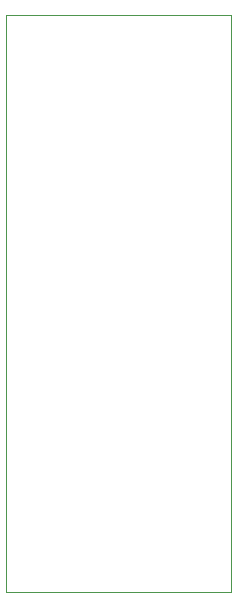
<source format=gbr>
%TF.GenerationSoftware,KiCad,Pcbnew,(5.1.7-0-10_14)*%
%TF.CreationDate,2021-02-15T14:43:33+01:00*%
%TF.ProjectId,Burden,42757264-656e-42e6-9b69-6361645f7063,rev?*%
%TF.SameCoordinates,PX9a6c788PY3b58df0*%
%TF.FileFunction,Profile,NP*%
%FSLAX46Y46*%
G04 Gerber Fmt 4.6, Leading zero omitted, Abs format (unit mm)*
G04 Created by KiCad (PCBNEW (5.1.7-0-10_14)) date 2021-02-15 14:43:33*
%MOMM*%
%LPD*%
G01*
G04 APERTURE LIST*
%TA.AperFunction,Profile*%
%ADD10C,0.050000*%
%TD*%
G04 APERTURE END LIST*
D10*
X19050000Y0D02*
X0Y0D01*
X19050000Y-48895000D02*
X19050000Y0D01*
X0Y-48895000D02*
X19050000Y-48895000D01*
X0Y0D02*
X0Y-48895000D01*
M02*

</source>
